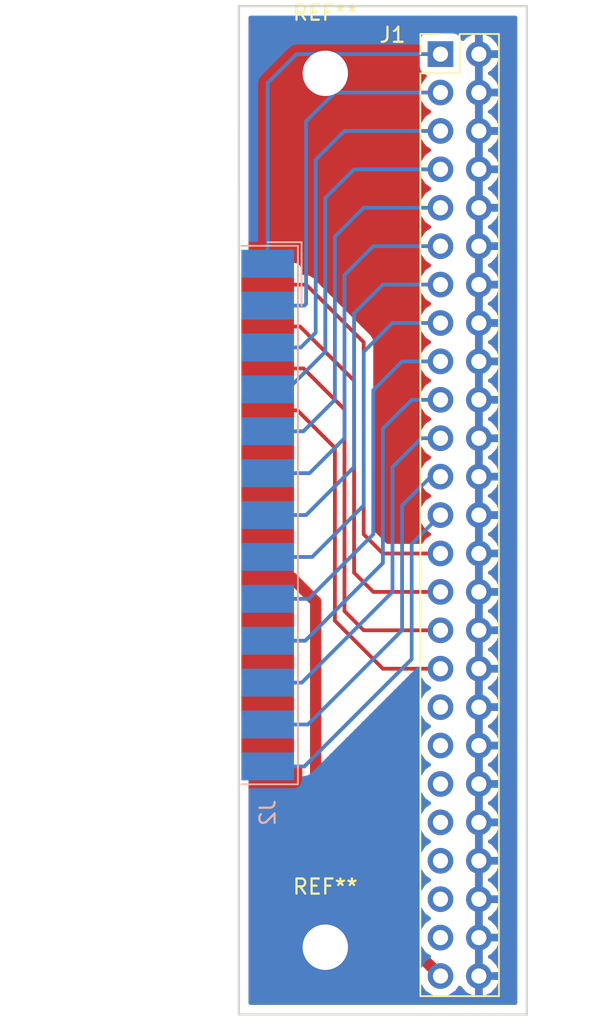
<source format=kicad_pcb>
(kicad_pcb (version 4) (host pcbnew 4.0.7)

  (general
    (links 49)
    (no_connects 3)
    (area 75.489999 79.299999 94.690001 146.125001)
    (thickness 1.6)
    (drawings 5)
    (tracks 94)
    (zones 0)
    (modules 4)
    (nets 27)
  )

  (page A4)
  (layers
    (0 F.Cu signal)
    (31 B.Cu signal)
    (32 B.Adhes user)
    (33 F.Adhes user)
    (34 B.Paste user)
    (35 F.Paste user)
    (36 B.SilkS user)
    (37 F.SilkS user)
    (38 B.Mask user)
    (39 F.Mask user)
    (40 Dwgs.User user)
    (41 Cmts.User user)
    (42 Eco1.User user)
    (43 Eco2.User user)
    (44 Edge.Cuts user)
    (45 Margin user)
    (46 B.CrtYd user)
    (47 F.CrtYd user)
    (48 B.Fab user)
    (49 F.Fab user)
  )

  (setup
    (last_trace_width 0.25)
    (trace_clearance 0.2)
    (zone_clearance 0.508)
    (zone_45_only no)
    (trace_min 0.2)
    (segment_width 0.2)
    (edge_width 0.15)
    (via_size 0.6)
    (via_drill 0.4)
    (via_min_size 0.4)
    (via_min_drill 0.3)
    (uvia_size 0.3)
    (uvia_drill 0.1)
    (uvias_allowed no)
    (uvia_min_size 0.2)
    (uvia_min_drill 0.1)
    (pcb_text_width 0.3)
    (pcb_text_size 1.5 1.5)
    (mod_edge_width 0.15)
    (mod_text_size 1 1)
    (mod_text_width 0.15)
    (pad_size 1.524 1.524)
    (pad_drill 0.762)
    (pad_to_mask_clearance 0.2)
    (aux_axis_origin 0 0)
    (visible_elements FFFFFF7F)
    (pcbplotparams
      (layerselection 0x00030_80000001)
      (usegerberextensions false)
      (excludeedgelayer true)
      (linewidth 0.100000)
      (plotframeref false)
      (viasonmask false)
      (mode 1)
      (useauxorigin false)
      (hpglpennumber 1)
      (hpglpenspeed 20)
      (hpglpendiameter 15)
      (hpglpenoverlay 2)
      (psnegative false)
      (psa4output false)
      (plotreference true)
      (plotvalue true)
      (plotinvisibletext false)
      (padsonsilk false)
      (subtractmaskfromsilk false)
      (outputformat 1)
      (mirror false)
      (drillshape 1)
      (scaleselection 1)
      (outputdirectory ""))
  )

  (net 0 "")
  (net 1 "Net-(J1-Pad1)")
  (net 2 GND)
  (net 3 "Net-(J1-Pad3)")
  (net 4 "Net-(J1-Pad5)")
  (net 5 "Net-(J1-Pad7)")
  (net 6 "Net-(J1-Pad9)")
  (net 7 "Net-(J1-Pad11)")
  (net 8 "Net-(J1-Pad13)")
  (net 9 "Net-(J1-Pad15)")
  (net 10 "Net-(J1-Pad17)")
  (net 11 "Net-(J1-Pad19)")
  (net 12 "Net-(J1-Pad21)")
  (net 13 "Net-(J1-Pad23)")
  (net 14 "Net-(J1-Pad25)")
  (net 15 "Net-(J1-Pad27)")
  (net 16 "Net-(J1-Pad29)")
  (net 17 "Net-(J1-Pad31)")
  (net 18 "Net-(J1-Pad33)")
  (net 19 "Net-(J1-Pad35)")
  (net 20 "Net-(J1-Pad37)")
  (net 21 "Net-(J1-Pad39)")
  (net 22 "Net-(J1-Pad41)")
  (net 23 "Net-(J1-Pad43)")
  (net 24 "Net-(J1-Pad45)")
  (net 25 "Net-(J1-Pad47)")
  (net 26 "Net-(J1-Pad49)")

  (net_class Default "This is the default net class."
    (clearance 0.2)
    (trace_width 0.25)
    (via_dia 0.6)
    (via_drill 0.4)
    (uvia_dia 0.3)
    (uvia_drill 0.1)
    (add_net "Net-(J1-Pad1)")
    (add_net "Net-(J1-Pad11)")
    (add_net "Net-(J1-Pad13)")
    (add_net "Net-(J1-Pad15)")
    (add_net "Net-(J1-Pad17)")
    (add_net "Net-(J1-Pad19)")
    (add_net "Net-(J1-Pad21)")
    (add_net "Net-(J1-Pad23)")
    (add_net "Net-(J1-Pad25)")
    (add_net "Net-(J1-Pad27)")
    (add_net "Net-(J1-Pad29)")
    (add_net "Net-(J1-Pad3)")
    (add_net "Net-(J1-Pad31)")
    (add_net "Net-(J1-Pad33)")
    (add_net "Net-(J1-Pad35)")
    (add_net "Net-(J1-Pad37)")
    (add_net "Net-(J1-Pad39)")
    (add_net "Net-(J1-Pad41)")
    (add_net "Net-(J1-Pad43)")
    (add_net "Net-(J1-Pad45)")
    (add_net "Net-(J1-Pad47)")
    (add_net "Net-(J1-Pad5)")
    (add_net "Net-(J1-Pad7)")
    (add_net "Net-(J1-Pad9)")
  )

  (net_class power ""
    (clearance 0.3)
    (trace_width 0.75)
    (via_dia 1.2)
    (via_drill 0.8)
    (uvia_dia 0.3)
    (uvia_drill 0.1)
    (add_net GND)
    (add_net "Net-(J1-Pad49)")
  )

  (module Connectors_DSub:DSUB-25_Female_EdgeMount_Pitch2.77mm (layer B.Cu) (tedit 5A102EC4) (tstamp 5A10219E)
    (at 77.47 113.03 90)
    (descr "25-pin D-Sub connector, solder-cups edge-mounted, female, x-pin-pitch 2.77mm, distance of mounting holes 47.1mm, see https://disti-assets.s3.amazonaws.com/tonar/files/datasheets/16730.pdf")
    (tags "25-pin D-Sub connector edge mount solder cup female x-pin-pitch 2.77mm mounting holes distance 47.1mm")
    (path /5A0F8290)
    (attr smd)
    (fp_text reference J2 (at -19.685 0 90) (layer B.SilkS)
      (effects (font (size 1 1) (thickness 0.15)) (justify mirror))
    )
    (fp_text value DB25_Female (at 0 -16.86 90) (layer B.Fab)
      (effects (font (size 1 1) (thickness 0.15)) (justify mirror))
    )
    (fp_line (start 16.02 0.91) (end 16.02 -1.99) (layer B.Fab) (width 0.1))
    (fp_line (start 16.02 -1.99) (end 17.22 -1.99) (layer B.Fab) (width 0.1))
    (fp_line (start 17.22 -1.99) (end 17.22 0.91) (layer B.Fab) (width 0.1))
    (fp_line (start 17.22 0.91) (end 16.02 0.91) (layer B.Fab) (width 0.1))
    (fp_line (start 13.25 0.91) (end 13.25 -1.99) (layer B.Fab) (width 0.1))
    (fp_line (start 13.25 -1.99) (end 14.45 -1.99) (layer B.Fab) (width 0.1))
    (fp_line (start 14.45 -1.99) (end 14.45 0.91) (layer B.Fab) (width 0.1))
    (fp_line (start 14.45 0.91) (end 13.25 0.91) (layer B.Fab) (width 0.1))
    (fp_line (start 10.48 0.91) (end 10.48 -1.99) (layer B.Fab) (width 0.1))
    (fp_line (start 10.48 -1.99) (end 11.68 -1.99) (layer B.Fab) (width 0.1))
    (fp_line (start 11.68 -1.99) (end 11.68 0.91) (layer B.Fab) (width 0.1))
    (fp_line (start 11.68 0.91) (end 10.48 0.91) (layer B.Fab) (width 0.1))
    (fp_line (start 7.71 0.91) (end 7.71 -1.99) (layer B.Fab) (width 0.1))
    (fp_line (start 7.71 -1.99) (end 8.91 -1.99) (layer B.Fab) (width 0.1))
    (fp_line (start 8.91 -1.99) (end 8.91 0.91) (layer B.Fab) (width 0.1))
    (fp_line (start 8.91 0.91) (end 7.71 0.91) (layer B.Fab) (width 0.1))
    (fp_line (start 4.94 0.91) (end 4.94 -1.99) (layer B.Fab) (width 0.1))
    (fp_line (start 4.94 -1.99) (end 6.14 -1.99) (layer B.Fab) (width 0.1))
    (fp_line (start 6.14 -1.99) (end 6.14 0.91) (layer B.Fab) (width 0.1))
    (fp_line (start 6.14 0.91) (end 4.94 0.91) (layer B.Fab) (width 0.1))
    (fp_line (start 2.17 0.91) (end 2.17 -1.99) (layer B.Fab) (width 0.1))
    (fp_line (start 2.17 -1.99) (end 3.37 -1.99) (layer B.Fab) (width 0.1))
    (fp_line (start 3.37 -1.99) (end 3.37 0.91) (layer B.Fab) (width 0.1))
    (fp_line (start 3.37 0.91) (end 2.17 0.91) (layer B.Fab) (width 0.1))
    (fp_line (start -0.6 0.91) (end -0.6 -1.99) (layer B.Fab) (width 0.1))
    (fp_line (start -0.6 -1.99) (end 0.6 -1.99) (layer B.Fab) (width 0.1))
    (fp_line (start 0.6 -1.99) (end 0.6 0.91) (layer B.Fab) (width 0.1))
    (fp_line (start 0.6 0.91) (end -0.6 0.91) (layer B.Fab) (width 0.1))
    (fp_line (start -3.37 0.91) (end -3.37 -1.99) (layer B.Fab) (width 0.1))
    (fp_line (start -3.37 -1.99) (end -2.17 -1.99) (layer B.Fab) (width 0.1))
    (fp_line (start -2.17 -1.99) (end -2.17 0.91) (layer B.Fab) (width 0.1))
    (fp_line (start -2.17 0.91) (end -3.37 0.91) (layer B.Fab) (width 0.1))
    (fp_line (start -6.14 0.91) (end -6.14 -1.99) (layer B.Fab) (width 0.1))
    (fp_line (start -6.14 -1.99) (end -4.94 -1.99) (layer B.Fab) (width 0.1))
    (fp_line (start -4.94 -1.99) (end -4.94 0.91) (layer B.Fab) (width 0.1))
    (fp_line (start -4.94 0.91) (end -6.14 0.91) (layer B.Fab) (width 0.1))
    (fp_line (start -8.91 0.91) (end -8.91 -1.99) (layer B.Fab) (width 0.1))
    (fp_line (start -8.91 -1.99) (end -7.71 -1.99) (layer B.Fab) (width 0.1))
    (fp_line (start -7.71 -1.99) (end -7.71 0.91) (layer B.Fab) (width 0.1))
    (fp_line (start -7.71 0.91) (end -8.91 0.91) (layer B.Fab) (width 0.1))
    (fp_line (start -11.68 0.91) (end -11.68 -1.99) (layer B.Fab) (width 0.1))
    (fp_line (start -11.68 -1.99) (end -10.48 -1.99) (layer B.Fab) (width 0.1))
    (fp_line (start -10.48 -1.99) (end -10.48 0.91) (layer B.Fab) (width 0.1))
    (fp_line (start -10.48 0.91) (end -11.68 0.91) (layer B.Fab) (width 0.1))
    (fp_line (start -14.45 0.91) (end -14.45 -1.99) (layer B.Fab) (width 0.1))
    (fp_line (start -14.45 -1.99) (end -13.25 -1.99) (layer B.Fab) (width 0.1))
    (fp_line (start -13.25 -1.99) (end -13.25 0.91) (layer B.Fab) (width 0.1))
    (fp_line (start -13.25 0.91) (end -14.45 0.91) (layer B.Fab) (width 0.1))
    (fp_line (start -17.22 0.91) (end -17.22 -1.99) (layer B.Fab) (width 0.1))
    (fp_line (start -17.22 -1.99) (end -16.02 -1.99) (layer B.Fab) (width 0.1))
    (fp_line (start -16.02 -1.99) (end -16.02 0.91) (layer B.Fab) (width 0.1))
    (fp_line (start -16.02 0.91) (end -17.22 0.91) (layer B.Fab) (width 0.1))
    (fp_line (start 14.635 0.91) (end 14.635 -1.99) (layer F.Fab) (width 0.1))
    (fp_line (start 14.635 -1.99) (end 15.835 -1.99) (layer F.Fab) (width 0.1))
    (fp_line (start 15.835 -1.99) (end 15.835 0.91) (layer F.Fab) (width 0.1))
    (fp_line (start 15.835 0.91) (end 14.635 0.91) (layer F.Fab) (width 0.1))
    (fp_line (start 11.865 0.91) (end 11.865 -1.99) (layer F.Fab) (width 0.1))
    (fp_line (start 11.865 -1.99) (end 13.065 -1.99) (layer F.Fab) (width 0.1))
    (fp_line (start 13.065 -1.99) (end 13.065 0.91) (layer F.Fab) (width 0.1))
    (fp_line (start 13.065 0.91) (end 11.865 0.91) (layer F.Fab) (width 0.1))
    (fp_line (start 9.095 0.91) (end 9.095 -1.99) (layer F.Fab) (width 0.1))
    (fp_line (start 9.095 -1.99) (end 10.295 -1.99) (layer F.Fab) (width 0.1))
    (fp_line (start 10.295 -1.99) (end 10.295 0.91) (layer F.Fab) (width 0.1))
    (fp_line (start 10.295 0.91) (end 9.095 0.91) (layer F.Fab) (width 0.1))
    (fp_line (start 6.325 0.91) (end 6.325 -1.99) (layer F.Fab) (width 0.1))
    (fp_line (start 6.325 -1.99) (end 7.525 -1.99) (layer F.Fab) (width 0.1))
    (fp_line (start 7.525 -1.99) (end 7.525 0.91) (layer F.Fab) (width 0.1))
    (fp_line (start 7.525 0.91) (end 6.325 0.91) (layer F.Fab) (width 0.1))
    (fp_line (start 3.555 0.91) (end 3.555 -1.99) (layer F.Fab) (width 0.1))
    (fp_line (start 3.555 -1.99) (end 4.755 -1.99) (layer F.Fab) (width 0.1))
    (fp_line (start 4.755 -1.99) (end 4.755 0.91) (layer F.Fab) (width 0.1))
    (fp_line (start 4.755 0.91) (end 3.555 0.91) (layer F.Fab) (width 0.1))
    (fp_line (start 0.785 0.91) (end 0.785 -1.99) (layer F.Fab) (width 0.1))
    (fp_line (start 0.785 -1.99) (end 1.985 -1.99) (layer F.Fab) (width 0.1))
    (fp_line (start 1.985 -1.99) (end 1.985 0.91) (layer F.Fab) (width 0.1))
    (fp_line (start 1.985 0.91) (end 0.785 0.91) (layer F.Fab) (width 0.1))
    (fp_line (start -1.985 0.91) (end -1.985 -1.99) (layer F.Fab) (width 0.1))
    (fp_line (start -1.985 -1.99) (end -0.785 -1.99) (layer F.Fab) (width 0.1))
    (fp_line (start -0.785 -1.99) (end -0.785 0.91) (layer F.Fab) (width 0.1))
    (fp_line (start -0.785 0.91) (end -1.985 0.91) (layer F.Fab) (width 0.1))
    (fp_line (start -4.755 0.91) (end -4.755 -1.99) (layer F.Fab) (width 0.1))
    (fp_line (start -4.755 -1.99) (end -3.555 -1.99) (layer F.Fab) (width 0.1))
    (fp_line (start -3.555 -1.99) (end -3.555 0.91) (layer F.Fab) (width 0.1))
    (fp_line (start -3.555 0.91) (end -4.755 0.91) (layer F.Fab) (width 0.1))
    (fp_line (start -7.525 0.91) (end -7.525 -1.99) (layer F.Fab) (width 0.1))
    (fp_line (start -7.525 -1.99) (end -6.325 -1.99) (layer F.Fab) (width 0.1))
    (fp_line (start -6.325 -1.99) (end -6.325 0.91) (layer F.Fab) (width 0.1))
    (fp_line (start -6.325 0.91) (end -7.525 0.91) (layer F.Fab) (width 0.1))
    (fp_line (start -10.295 0.91) (end -10.295 -1.99) (layer F.Fab) (width 0.1))
    (fp_line (start -10.295 -1.99) (end -9.095 -1.99) (layer F.Fab) (width 0.1))
    (fp_line (start -9.095 -1.99) (end -9.095 0.91) (layer F.Fab) (width 0.1))
    (fp_line (start -9.095 0.91) (end -10.295 0.91) (layer F.Fab) (width 0.1))
    (fp_line (start -13.065 0.91) (end -13.065 -1.99) (layer F.Fab) (width 0.1))
    (fp_line (start -13.065 -1.99) (end -11.865 -1.99) (layer F.Fab) (width 0.1))
    (fp_line (start -11.865 -1.99) (end -11.865 0.91) (layer F.Fab) (width 0.1))
    (fp_line (start -11.865 0.91) (end -13.065 0.91) (layer F.Fab) (width 0.1))
    (fp_line (start -15.835 0.91) (end -15.835 -1.99) (layer F.Fab) (width 0.1))
    (fp_line (start -15.835 -1.99) (end -14.635 -1.99) (layer F.Fab) (width 0.1))
    (fp_line (start -14.635 -1.99) (end -14.635 0.91) (layer F.Fab) (width 0.1))
    (fp_line (start -14.635 0.91) (end -15.835 0.91) (layer F.Fab) (width 0.1))
    (fp_line (start -18.55 -1.99) (end -18.55 -4.79) (layer B.Fab) (width 0.1))
    (fp_line (start -18.55 -4.79) (end 18.55 -4.79) (layer B.Fab) (width 0.1))
    (fp_line (start 18.55 -4.79) (end 18.55 -1.99) (layer B.Fab) (width 0.1))
    (fp_line (start 18.55 -1.99) (end -18.55 -1.99) (layer B.Fab) (width 0.1))
    (fp_line (start -19.55 -4.79) (end -19.55 -9.29) (layer B.Fab) (width 0.1))
    (fp_line (start -19.55 -9.29) (end 19.55 -9.29) (layer B.Fab) (width 0.1))
    (fp_line (start 19.55 -9.29) (end 19.55 -4.79) (layer B.Fab) (width 0.1))
    (fp_line (start 19.55 -4.79) (end -19.55 -4.79) (layer B.Fab) (width 0.1))
    (fp_line (start -26.55 -9.29) (end -26.55 -9.69) (layer B.Fab) (width 0.1))
    (fp_line (start -26.55 -9.69) (end 26.55 -9.69) (layer B.Fab) (width 0.1))
    (fp_line (start 26.55 -9.69) (end 26.55 -9.29) (layer B.Fab) (width 0.1))
    (fp_line (start 26.55 -9.29) (end -26.55 -9.29) (layer B.Fab) (width 0.1))
    (fp_line (start -19.15 -9.69) (end -19.15 -15.86) (layer B.Fab) (width 0.1))
    (fp_line (start -19.15 -15.86) (end 19.15 -15.86) (layer B.Fab) (width 0.1))
    (fp_line (start 19.15 -15.86) (end 19.15 -9.69) (layer B.Fab) (width 0.1))
    (fp_line (start 19.15 -9.69) (end -19.15 -9.69) (layer B.Fab) (width 0.1))
    (fp_line (start -18.05 2.25) (end 18.05 2.25) (layer B.CrtYd) (width 0.05))
    (fp_line (start 18.05 2.25) (end 18.05 -1.5) (layer B.CrtYd) (width 0.05))
    (fp_line (start 18.05 -1.5) (end 19.05 -1.5) (layer B.CrtYd) (width 0.05))
    (fp_line (start 19.05 -1.5) (end 19.05 -4.3) (layer B.CrtYd) (width 0.05))
    (fp_line (start 19.05 -4.3) (end 20.05 -4.3) (layer B.CrtYd) (width 0.05))
    (fp_line (start 20.05 -4.3) (end 20.05 -8.8) (layer B.CrtYd) (width 0.05))
    (fp_line (start 20.05 -8.8) (end 27.05 -8.8) (layer B.CrtYd) (width 0.05))
    (fp_line (start 27.05 -8.8) (end 27.05 -10.2) (layer B.CrtYd) (width 0.05))
    (fp_line (start 27.05 -10.2) (end 19.65 -10.2) (layer B.CrtYd) (width 0.05))
    (fp_line (start 19.65 -10.2) (end 19.65 -16.4) (layer B.CrtYd) (width 0.05))
    (fp_line (start 19.65 -16.4) (end -19.65 -16.4) (layer B.CrtYd) (width 0.05))
    (fp_line (start -19.65 -16.4) (end -19.65 -10.2) (layer B.CrtYd) (width 0.05))
    (fp_line (start -19.65 -10.2) (end -27.05 -10.2) (layer B.CrtYd) (width 0.05))
    (fp_line (start -27.05 -10.2) (end -27.05 -8.8) (layer B.CrtYd) (width 0.05))
    (fp_line (start -27.05 -8.8) (end -20.05 -8.8) (layer B.CrtYd) (width 0.05))
    (fp_line (start -20.05 -8.8) (end -20.05 -4.3) (layer B.CrtYd) (width 0.05))
    (fp_line (start -20.05 -4.3) (end -19.05 -4.3) (layer B.CrtYd) (width 0.05))
    (fp_line (start -19.05 -4.3) (end -19.05 -1.5) (layer B.CrtYd) (width 0.05))
    (fp_line (start -19.05 -1.5) (end -18.05 -1.5) (layer B.CrtYd) (width 0.05))
    (fp_line (start -18.05 -1.5) (end -18.05 2.25) (layer B.CrtYd) (width 0.05))
    (fp_line (start 17.803333 -1.74) (end 17.803333 2) (layer B.SilkS) (width 0.12))
    (fp_line (start 17.803333 2) (end -17.803333 2) (layer B.SilkS) (width 0.12))
    (fp_line (start -17.803333 2) (end -17.803333 -1.74) (layer B.SilkS) (width 0.12))
    (fp_line (start 18.043333 0) (end 18.043333 2.24) (layer B.SilkS) (width 0.12))
    (fp_line (start 18.043333 2.24) (end 13.85 2.24) (layer B.SilkS) (width 0.12))
    (fp_line (start -26.55 -1.99) (end 26.55 -1.99) (layer Dwgs.User) (width 0.05))
    (fp_text user %R (at 0 -3.39 90) (layer B.Fab)
      (effects (font (size 1 1) (thickness 0.15)) (justify mirror))
    )
    (fp_text user "PCB edge" (at -21.55 -1.323333 90) (layer Dwgs.User)
      (effects (font (size 0.5 0.5) (thickness 0.075)))
    )
    (pad 1 smd rect (at 16.62 0 90) (size 1.846667 3.48) (layers B.Cu B.Paste B.Mask)
      (net 1 "Net-(J1-Pad1)"))
    (pad 2 smd rect (at 13.85 0 90) (size 1.846667 3.48) (layers B.Cu B.Paste B.Mask)
      (net 3 "Net-(J1-Pad3)"))
    (pad 3 smd rect (at 11.08 0 90) (size 1.846667 3.48) (layers B.Cu B.Paste B.Mask)
      (net 4 "Net-(J1-Pad5)"))
    (pad 4 smd rect (at 8.31 0 90) (size 1.846667 3.48) (layers B.Cu B.Paste B.Mask)
      (net 5 "Net-(J1-Pad7)"))
    (pad 5 smd rect (at 5.54 0 90) (size 1.846667 3.48) (layers B.Cu B.Paste B.Mask)
      (net 6 "Net-(J1-Pad9)"))
    (pad 6 smd rect (at 2.77 0 90) (size 1.846667 3.48) (layers B.Cu B.Paste B.Mask)
      (net 7 "Net-(J1-Pad11)"))
    (pad 7 smd rect (at 0 0 90) (size 1.846667 3.48) (layers B.Cu B.Paste B.Mask)
      (net 8 "Net-(J1-Pad13)"))
    (pad 8 smd rect (at -2.77 0 90) (size 1.846667 3.48) (layers B.Cu B.Paste B.Mask)
      (net 9 "Net-(J1-Pad15)"))
    (pad 9 smd rect (at -5.54 0 90) (size 1.846667 3.48) (layers B.Cu B.Paste B.Mask)
      (net 10 "Net-(J1-Pad17)"))
    (pad 10 smd rect (at -8.31 0 90) (size 1.846667 3.48) (layers B.Cu B.Paste B.Mask)
      (net 11 "Net-(J1-Pad19)"))
    (pad 11 smd rect (at -11.08 0 90) (size 1.846667 3.48) (layers B.Cu B.Paste B.Mask)
      (net 12 "Net-(J1-Pad21)"))
    (pad 12 smd rect (at -13.85 0 90) (size 1.846667 3.48) (layers B.Cu B.Paste B.Mask)
      (net 13 "Net-(J1-Pad23)"))
    (pad 13 smd rect (at -16.62 0 90) (size 1.846667 3.48) (layers B.Cu B.Paste B.Mask)
      (net 14 "Net-(J1-Pad25)"))
    (pad 14 smd rect (at 15.235 0 90) (size 1.846667 3.48) (layers F.Cu F.Paste F.Mask)
      (net 15 "Net-(J1-Pad27)"))
    (pad 15 smd rect (at 12.465 0 90) (size 1.846667 3.48) (layers F.Cu F.Paste F.Mask)
      (net 16 "Net-(J1-Pad29)"))
    (pad 16 smd rect (at 9.695 0 90) (size 1.846667 3.48) (layers F.Cu F.Paste F.Mask)
      (net 17 "Net-(J1-Pad31)"))
    (pad 17 smd rect (at 6.925 0 90) (size 1.846667 3.48) (layers F.Cu F.Paste F.Mask)
      (net 18 "Net-(J1-Pad33)"))
    (pad 18 smd rect (at 4.155 0 90) (size 1.846667 3.48) (layers F.Cu F.Paste F.Mask)
      (net 26 "Net-(J1-Pad49)"))
    (pad 19 smd rect (at 1.385 0 90) (size 1.846667 3.48) (layers F.Cu F.Paste F.Mask)
      (net 26 "Net-(J1-Pad49)"))
    (pad 20 smd rect (at -1.385 0 90) (size 1.846667 3.48) (layers F.Cu F.Paste F.Mask)
      (net 26 "Net-(J1-Pad49)"))
    (pad 21 smd rect (at -4.155 0 90) (size 1.846667 3.48) (layers F.Cu F.Paste F.Mask)
      (net 26 "Net-(J1-Pad49)"))
    (pad 22 smd rect (at -6.925 0 90) (size 1.846667 3.48) (layers F.Cu F.Paste F.Mask)
      (net 2 GND))
    (pad 23 smd rect (at -9.695 0 90) (size 1.846667 3.48) (layers F.Cu F.Paste F.Mask)
      (net 2 GND))
    (pad 24 smd rect (at -12.465 0 90) (size 1.846667 3.48) (layers F.Cu F.Paste F.Mask)
      (net 2 GND))
    (pad 25 smd rect (at -15.235 0 90) (size 1.846667 3.48) (layers F.Cu F.Paste F.Mask)
      (net 2 GND))
    (model ${KISYS3DMOD}/Connectors_DSub.3dshapes/DSUB-25_Female_EdgeMount_Pitch2.77mm.wrl
      (at (xyz 0 0 0))
      (scale (xyz 1 1 1))
      (rotate (xyz 0 0 0))
    )
  )

  (module Pin_Headers:Pin_Header_Straight_2x25_Pitch2.54mm (layer F.Cu) (tedit 5A102E9C) (tstamp 5A102181)
    (at 88.9 82.55)
    (descr "Through hole straight pin header, 2x25, 2.54mm pitch, double rows")
    (tags "Through hole pin header THT 2x25 2.54mm double row")
    (path /5A0F81B0)
    (fp_text reference J1 (at -3.175 -1.27) (layer F.SilkS)
      (effects (font (size 1 1) (thickness 0.15)))
    )
    (fp_text value Conn_02x25_Odd_Even (at 1.27 63.29) (layer F.Fab)
      (effects (font (size 1 1) (thickness 0.15)))
    )
    (fp_line (start 0 -1.27) (end 3.81 -1.27) (layer F.Fab) (width 0.1))
    (fp_line (start 3.81 -1.27) (end 3.81 62.23) (layer F.Fab) (width 0.1))
    (fp_line (start 3.81 62.23) (end -1.27 62.23) (layer F.Fab) (width 0.1))
    (fp_line (start -1.27 62.23) (end -1.27 0) (layer F.Fab) (width 0.1))
    (fp_line (start -1.27 0) (end 0 -1.27) (layer F.Fab) (width 0.1))
    (fp_line (start -1.33 62.29) (end 3.87 62.29) (layer F.SilkS) (width 0.12))
    (fp_line (start -1.33 1.27) (end -1.33 62.29) (layer F.SilkS) (width 0.12))
    (fp_line (start 3.87 -1.33) (end 3.87 62.29) (layer F.SilkS) (width 0.12))
    (fp_line (start -1.33 1.27) (end 1.27 1.27) (layer F.SilkS) (width 0.12))
    (fp_line (start 1.27 1.27) (end 1.27 -1.33) (layer F.SilkS) (width 0.12))
    (fp_line (start 1.27 -1.33) (end 3.87 -1.33) (layer F.SilkS) (width 0.12))
    (fp_line (start -1.33 0) (end -1.33 -1.33) (layer F.SilkS) (width 0.12))
    (fp_line (start -1.33 -1.33) (end 0 -1.33) (layer F.SilkS) (width 0.12))
    (fp_line (start -1.8 -1.8) (end -1.8 62.75) (layer F.CrtYd) (width 0.05))
    (fp_line (start -1.8 62.75) (end 4.35 62.75) (layer F.CrtYd) (width 0.05))
    (fp_line (start 4.35 62.75) (end 4.35 -1.8) (layer F.CrtYd) (width 0.05))
    (fp_line (start 4.35 -1.8) (end -1.8 -1.8) (layer F.CrtYd) (width 0.05))
    (fp_text user %R (at 1.27 30.48 90) (layer F.Fab)
      (effects (font (size 1 1) (thickness 0.15)))
    )
    (pad 1 thru_hole rect (at 0 0) (size 1.7 1.7) (drill 1) (layers *.Cu *.Mask)
      (net 1 "Net-(J1-Pad1)"))
    (pad 2 thru_hole oval (at 2.54 0) (size 1.7 1.7) (drill 1) (layers *.Cu *.Mask)
      (net 2 GND))
    (pad 3 thru_hole oval (at 0 2.54) (size 1.7 1.7) (drill 1) (layers *.Cu *.Mask)
      (net 3 "Net-(J1-Pad3)"))
    (pad 4 thru_hole oval (at 2.54 2.54) (size 1.7 1.7) (drill 1) (layers *.Cu *.Mask)
      (net 2 GND))
    (pad 5 thru_hole oval (at 0 5.08) (size 1.7 1.7) (drill 1) (layers *.Cu *.Mask)
      (net 4 "Net-(J1-Pad5)"))
    (pad 6 thru_hole oval (at 2.54 5.08) (size 1.7 1.7) (drill 1) (layers *.Cu *.Mask)
      (net 2 GND))
    (pad 7 thru_hole oval (at 0 7.62) (size 1.7 1.7) (drill 1) (layers *.Cu *.Mask)
      (net 5 "Net-(J1-Pad7)"))
    (pad 8 thru_hole oval (at 2.54 7.62) (size 1.7 1.7) (drill 1) (layers *.Cu *.Mask)
      (net 2 GND))
    (pad 9 thru_hole oval (at 0 10.16) (size 1.7 1.7) (drill 1) (layers *.Cu *.Mask)
      (net 6 "Net-(J1-Pad9)"))
    (pad 10 thru_hole oval (at 2.54 10.16) (size 1.7 1.7) (drill 1) (layers *.Cu *.Mask)
      (net 2 GND))
    (pad 11 thru_hole oval (at 0 12.7) (size 1.7 1.7) (drill 1) (layers *.Cu *.Mask)
      (net 7 "Net-(J1-Pad11)"))
    (pad 12 thru_hole oval (at 2.54 12.7) (size 1.7 1.7) (drill 1) (layers *.Cu *.Mask)
      (net 2 GND))
    (pad 13 thru_hole oval (at 0 15.24) (size 1.7 1.7) (drill 1) (layers *.Cu *.Mask)
      (net 8 "Net-(J1-Pad13)"))
    (pad 14 thru_hole oval (at 2.54 15.24) (size 1.7 1.7) (drill 1) (layers *.Cu *.Mask)
      (net 2 GND))
    (pad 15 thru_hole oval (at 0 17.78) (size 1.7 1.7) (drill 1) (layers *.Cu *.Mask)
      (net 9 "Net-(J1-Pad15)"))
    (pad 16 thru_hole oval (at 2.54 17.78) (size 1.7 1.7) (drill 1) (layers *.Cu *.Mask)
      (net 2 GND))
    (pad 17 thru_hole oval (at 0 20.32) (size 1.7 1.7) (drill 1) (layers *.Cu *.Mask)
      (net 10 "Net-(J1-Pad17)"))
    (pad 18 thru_hole oval (at 2.54 20.32) (size 1.7 1.7) (drill 1) (layers *.Cu *.Mask)
      (net 2 GND))
    (pad 19 thru_hole oval (at 0 22.86) (size 1.7 1.7) (drill 1) (layers *.Cu *.Mask)
      (net 11 "Net-(J1-Pad19)"))
    (pad 20 thru_hole oval (at 2.54 22.86) (size 1.7 1.7) (drill 1) (layers *.Cu *.Mask)
      (net 2 GND))
    (pad 21 thru_hole oval (at 0 25.4) (size 1.7 1.7) (drill 1) (layers *.Cu *.Mask)
      (net 12 "Net-(J1-Pad21)"))
    (pad 22 thru_hole oval (at 2.54 25.4) (size 1.7 1.7) (drill 1) (layers *.Cu *.Mask)
      (net 2 GND))
    (pad 23 thru_hole oval (at 0 27.94) (size 1.7 1.7) (drill 1) (layers *.Cu *.Mask)
      (net 13 "Net-(J1-Pad23)"))
    (pad 24 thru_hole oval (at 2.54 27.94) (size 1.7 1.7) (drill 1) (layers *.Cu *.Mask)
      (net 2 GND))
    (pad 25 thru_hole oval (at 0 30.48) (size 1.7 1.7) (drill 1) (layers *.Cu *.Mask)
      (net 14 "Net-(J1-Pad25)"))
    (pad 26 thru_hole oval (at 2.54 30.48) (size 1.7 1.7) (drill 1) (layers *.Cu *.Mask)
      (net 2 GND))
    (pad 27 thru_hole oval (at 0 33.02) (size 1.7 1.7) (drill 1) (layers *.Cu *.Mask)
      (net 15 "Net-(J1-Pad27)"))
    (pad 28 thru_hole oval (at 2.54 33.02) (size 1.7 1.7) (drill 1) (layers *.Cu *.Mask)
      (net 2 GND))
    (pad 29 thru_hole oval (at 0 35.56) (size 1.7 1.7) (drill 1) (layers *.Cu *.Mask)
      (net 16 "Net-(J1-Pad29)"))
    (pad 30 thru_hole oval (at 2.54 35.56) (size 1.7 1.7) (drill 1) (layers *.Cu *.Mask)
      (net 2 GND))
    (pad 31 thru_hole oval (at 0 38.1) (size 1.7 1.7) (drill 1) (layers *.Cu *.Mask)
      (net 17 "Net-(J1-Pad31)"))
    (pad 32 thru_hole oval (at 2.54 38.1) (size 1.7 1.7) (drill 1) (layers *.Cu *.Mask)
      (net 2 GND))
    (pad 33 thru_hole oval (at 0 40.64) (size 1.7 1.7) (drill 1) (layers *.Cu *.Mask)
      (net 18 "Net-(J1-Pad33)"))
    (pad 34 thru_hole oval (at 2.54 40.64) (size 1.7 1.7) (drill 1) (layers *.Cu *.Mask)
      (net 2 GND))
    (pad 35 thru_hole oval (at 0 43.18) (size 1.7 1.7) (drill 1) (layers *.Cu *.Mask)
      (net 19 "Net-(J1-Pad35)"))
    (pad 36 thru_hole oval (at 2.54 43.18) (size 1.7 1.7) (drill 1) (layers *.Cu *.Mask)
      (net 2 GND))
    (pad 37 thru_hole oval (at 0 45.72) (size 1.7 1.7) (drill 1) (layers *.Cu *.Mask)
      (net 20 "Net-(J1-Pad37)"))
    (pad 38 thru_hole oval (at 2.54 45.72) (size 1.7 1.7) (drill 1) (layers *.Cu *.Mask)
      (net 2 GND))
    (pad 39 thru_hole oval (at 0 48.26) (size 1.7 1.7) (drill 1) (layers *.Cu *.Mask)
      (net 21 "Net-(J1-Pad39)"))
    (pad 40 thru_hole oval (at 2.54 48.26) (size 1.7 1.7) (drill 1) (layers *.Cu *.Mask)
      (net 2 GND))
    (pad 41 thru_hole oval (at 0 50.8) (size 1.7 1.7) (drill 1) (layers *.Cu *.Mask)
      (net 22 "Net-(J1-Pad41)"))
    (pad 42 thru_hole oval (at 2.54 50.8) (size 1.7 1.7) (drill 1) (layers *.Cu *.Mask)
      (net 2 GND))
    (pad 43 thru_hole oval (at 0 53.34) (size 1.7 1.7) (drill 1) (layers *.Cu *.Mask)
      (net 23 "Net-(J1-Pad43)"))
    (pad 44 thru_hole oval (at 2.54 53.34) (size 1.7 1.7) (drill 1) (layers *.Cu *.Mask)
      (net 2 GND))
    (pad 45 thru_hole oval (at 0 55.88) (size 1.7 1.7) (drill 1) (layers *.Cu *.Mask)
      (net 24 "Net-(J1-Pad45)"))
    (pad 46 thru_hole oval (at 2.54 55.88) (size 1.7 1.7) (drill 1) (layers *.Cu *.Mask)
      (net 2 GND))
    (pad 47 thru_hole oval (at 0 58.42) (size 1.7 1.7) (drill 1) (layers *.Cu *.Mask)
      (net 25 "Net-(J1-Pad47)"))
    (pad 48 thru_hole oval (at 2.54 58.42) (size 1.7 1.7) (drill 1) (layers *.Cu *.Mask)
      (net 2 GND))
    (pad 49 thru_hole oval (at 0 60.96) (size 1.7 1.7) (drill 1) (layers *.Cu *.Mask)
      (net 26 "Net-(J1-Pad49)"))
    (pad 50 thru_hole oval (at 2.54 60.96) (size 1.7 1.7) (drill 1) (layers *.Cu *.Mask)
      (net 2 GND))
    (model ${KISYS3DMOD}/Pin_Headers.3dshapes/Pin_Header_Straight_2x25_Pitch2.54mm.wrl
      (at (xyz 0 0 0))
      (scale (xyz 1 1 1))
      (rotate (xyz 0 0 0))
    )
  )

  (module Mounting_Holes:MountingHole_3mm (layer F.Cu) (tedit 56D1B4CB) (tstamp 5A1033E7)
    (at 81.28 83.82)
    (descr "Mounting Hole 3mm, no annular")
    (tags "mounting hole 3mm no annular")
    (attr virtual)
    (fp_text reference REF** (at 0 -4) (layer F.SilkS)
      (effects (font (size 1 1) (thickness 0.15)))
    )
    (fp_text value MountingHole_3mm (at 0 4) (layer F.Fab)
      (effects (font (size 1 1) (thickness 0.15)))
    )
    (fp_text user %R (at 0.3 0) (layer F.Fab)
      (effects (font (size 1 1) (thickness 0.15)))
    )
    (fp_circle (center 0 0) (end 3 0) (layer Cmts.User) (width 0.15))
    (fp_circle (center 0 0) (end 3.25 0) (layer F.CrtYd) (width 0.05))
    (pad 1 np_thru_hole circle (at 0 0) (size 3 3) (drill 3) (layers *.Cu *.Mask))
  )

  (module Mounting_Holes:MountingHole_3mm (layer F.Cu) (tedit 56D1B4CB) (tstamp 5A10340D)
    (at 81.28 141.605)
    (descr "Mounting Hole 3mm, no annular")
    (tags "mounting hole 3mm no annular")
    (attr virtual)
    (fp_text reference REF** (at 0 -4) (layer F.SilkS)
      (effects (font (size 1 1) (thickness 0.15)))
    )
    (fp_text value MountingHole_3mm (at 0 4) (layer F.Fab)
      (effects (font (size 1 1) (thickness 0.15)))
    )
    (fp_text user %R (at 0.3 0) (layer F.Fab)
      (effects (font (size 1 1) (thickness 0.15)))
    )
    (fp_circle (center 0 0) (end 3 0) (layer Cmts.User) (width 0.15))
    (fp_circle (center 0 0) (end 3.25 0) (layer F.CrtYd) (width 0.05))
    (pad 1 np_thru_hole circle (at 0 0) (size 3 3) (drill 3) (layers *.Cu *.Mask))
  )

  (gr_line (start 75.565 79.375) (end 75.565 91.44) (angle 90) (layer Edge.Cuts) (width 0.15))
  (gr_line (start 94.615 79.375) (end 75.565 79.375) (angle 90) (layer Edge.Cuts) (width 0.15))
  (gr_line (start 94.615 146.05) (end 94.615 79.375) (angle 90) (layer Edge.Cuts) (width 0.15))
  (gr_line (start 75.565 146.05) (end 94.615 146.05) (angle 90) (layer Edge.Cuts) (width 0.15))
  (gr_line (start 75.565 86.995) (end 75.565 146.05) (angle 90) (layer Edge.Cuts) (width 0.15))

  (segment (start 88.9 82.55) (end 86.36 82.55) (width 0.25) (layer B.Cu) (net 1))
  (segment (start 77.47 84.455) (end 77.47 96.41) (width 0.25) (layer B.Cu) (net 1))
  (segment (start 79.375 82.55) (end 86.36 82.55) (width 0.25) (layer B.Cu) (net 1) (tstamp 5A10252D))
  (segment (start 77.47 84.455) (end 79.375 82.55) (width 0.25) (layer B.Cu) (net 1) (tstamp 5A102527))
  (segment (start 88.265 85.09) (end 86.36 85.09) (width 0.25) (layer B.Cu) (net 3))
  (segment (start 79.89 99.18) (end 80.01 99.06) (width 0.25) (layer B.Cu) (net 3) (tstamp 5A102536))
  (segment (start 80.01 99.06) (end 80.01 86.995) (width 0.25) (layer B.Cu) (net 3) (tstamp 5A102539))
  (segment (start 80.01 86.995) (end 81.915 85.09) (width 0.25) (layer B.Cu) (net 3) (tstamp 5A10253C))
  (segment (start 81.915 85.09) (end 86.36 85.09) (width 0.25) (layer B.Cu) (net 3) (tstamp 5A102541))
  (segment (start 79.89 99.18) (end 77.47 99.18) (width 0.25) (layer B.Cu) (net 3))
  (segment (start 88.265 87.63) (end 86.36 87.63) (width 0.25) (layer B.Cu) (net 4))
  (segment (start 79.66 101.95) (end 80.645 100.965) (width 0.25) (layer B.Cu) (net 4) (tstamp 5A102545))
  (segment (start 80.645 100.965) (end 80.645 89.535) (width 0.25) (layer B.Cu) (net 4) (tstamp 5A10254F))
  (segment (start 80.645 89.535) (end 82.55 87.63) (width 0.25) (layer B.Cu) (net 4) (tstamp 5A102552))
  (segment (start 82.55 87.63) (end 86.36 87.63) (width 0.25) (layer B.Cu) (net 4) (tstamp 5A102556))
  (segment (start 79.66 101.95) (end 77.47 101.95) (width 0.25) (layer B.Cu) (net 4))
  (segment (start 88.265 90.17) (end 86.36 90.17) (width 0.25) (layer B.Cu) (net 5))
  (segment (start 81.28 102.235) (end 78.795 104.72) (width 0.25) (layer B.Cu) (net 5) (tstamp 5A10255A))
  (segment (start 81.28 102.235) (end 81.28 92.075) (width 0.25) (layer B.Cu) (net 5) (tstamp 5A102561))
  (segment (start 81.28 92.075) (end 83.185 90.17) (width 0.25) (layer B.Cu) (net 5) (tstamp 5A102566))
  (segment (start 83.185 90.17) (end 86.36 90.17) (width 0.25) (layer B.Cu) (net 5) (tstamp 5A102568))
  (segment (start 77.47 104.72) (end 78.795 104.72) (width 0.25) (layer B.Cu) (net 5))
  (segment (start 88.265 92.71) (end 86.36 92.71) (width 0.25) (layer B.Cu) (net 6))
  (segment (start 79.835 107.49) (end 81.915 105.41) (width 0.25) (layer B.Cu) (net 6) (tstamp 5A10262A))
  (segment (start 81.915 105.41) (end 81.915 94.615) (width 0.25) (layer B.Cu) (net 6) (tstamp 5A102631))
  (segment (start 81.915 94.615) (end 83.82 92.71) (width 0.25) (layer B.Cu) (net 6) (tstamp 5A102636))
  (segment (start 83.82 92.71) (end 86.36 92.71) (width 0.25) (layer B.Cu) (net 6) (tstamp 5A10263A))
  (segment (start 79.835 107.49) (end 77.47 107.49) (width 0.25) (layer B.Cu) (net 6))
  (segment (start 88.265 95.25) (end 86.36 95.25) (width 0.25) (layer B.Cu) (net 7))
  (segment (start 84.455 95.25) (end 82.55 97.155) (width 0.25) (layer B.Cu) (net 7) (tstamp 5A102642))
  (segment (start 82.55 97.155) (end 82.55 107.95) (width 0.25) (layer B.Cu) (net 7) (tstamp 5A102647))
  (segment (start 82.55 107.95) (end 80.24 110.26) (width 0.25) (layer B.Cu) (net 7) (tstamp 5A10264D))
  (segment (start 80.24 110.26) (end 77.47 110.26) (width 0.25) (layer B.Cu) (net 7) (tstamp 5A102651))
  (segment (start 86.36 95.25) (end 84.455 95.25) (width 0.25) (layer B.Cu) (net 7))
  (segment (start 88.265 97.79) (end 86.36 97.79) (width 0.25) (layer B.Cu) (net 8))
  (segment (start 85.09 97.79) (end 83.185 99.695) (width 0.25) (layer B.Cu) (net 8) (tstamp 5A102656))
  (segment (start 83.185 99.695) (end 83.185 109.855) (width 0.25) (layer B.Cu) (net 8) (tstamp 5A102659))
  (segment (start 83.185 109.855) (end 80.01 113.03) (width 0.25) (layer B.Cu) (net 8) (tstamp 5A102660))
  (segment (start 80.01 113.03) (end 77.47 113.03) (width 0.25) (layer B.Cu) (net 8) (tstamp 5A102666))
  (segment (start 86.36 97.79) (end 85.09 97.79) (width 0.25) (layer B.Cu) (net 8))
  (segment (start 88.265 100.33) (end 86.36 100.33) (width 0.25) (layer B.Cu) (net 9))
  (segment (start 80.415 115.8) (end 77.47 115.8) (width 0.25) (layer B.Cu) (net 9) (tstamp 5A10268B))
  (segment (start 83.82 112.395) (end 80.415 115.8) (width 0.25) (layer B.Cu) (net 9) (tstamp 5A10267F))
  (segment (start 83.82 102.235) (end 83.82 112.395) (width 0.25) (layer B.Cu) (net 9) (tstamp 5A102674))
  (segment (start 85.725 100.33) (end 83.82 102.235) (width 0.25) (layer B.Cu) (net 9) (tstamp 5A10266F))
  (segment (start 86.36 100.33) (end 85.725 100.33) (width 0.25) (layer B.Cu) (net 9))
  (segment (start 88.265 102.87) (end 86.36 102.87) (width 0.25) (layer B.Cu) (net 10))
  (segment (start 80.185 118.57) (end 77.47 118.57) (width 0.25) (layer B.Cu) (net 10) (tstamp 5A10273B))
  (segment (start 84.455 114.3) (end 80.185 118.57) (width 0.25) (layer B.Cu) (net 10) (tstamp 5A102739))
  (segment (start 84.455 104.775) (end 84.455 114.3) (width 0.25) (layer B.Cu) (net 10) (tstamp 5A102737))
  (segment (start 86.36 102.87) (end 84.455 104.775) (width 0.25) (layer B.Cu) (net 10) (tstamp 5A102736))
  (segment (start 88.265 105.41) (end 86.995 105.41) (width 0.25) (layer B.Cu) (net 11))
  (segment (start 86.995 105.41) (end 85.09 107.315) (width 0.25) (layer B.Cu) (net 11) (tstamp 5A10273F))
  (segment (start 85.09 107.315) (end 85.09 116.205) (width 0.25) (layer B.Cu) (net 11) (tstamp 5A102741))
  (segment (start 85.09 116.205) (end 79.955 121.34) (width 0.25) (layer B.Cu) (net 11) (tstamp 5A102743))
  (segment (start 79.955 121.34) (end 77.47 121.34) (width 0.25) (layer B.Cu) (net 11) (tstamp 5A102745))
  (segment (start 88.265 107.95) (end 87.63 107.95) (width 0.25) (layer B.Cu) (net 12))
  (segment (start 87.63 107.95) (end 85.725 109.855) (width 0.25) (layer B.Cu) (net 12) (tstamp 5A102749))
  (segment (start 85.725 109.855) (end 85.725 118.11) (width 0.25) (layer B.Cu) (net 12) (tstamp 5A10274A))
  (segment (start 85.725 118.11) (end 79.725 124.11) (width 0.25) (layer B.Cu) (net 12) (tstamp 5A10274C))
  (segment (start 79.725 124.11) (end 77.47 124.11) (width 0.25) (layer B.Cu) (net 12) (tstamp 5A10274E))
  (segment (start 88.265 110.49) (end 86.36 112.395) (width 0.25) (layer B.Cu) (net 13))
  (segment (start 80.13 126.88) (end 77.47 126.88) (width 0.25) (layer B.Cu) (net 13) (tstamp 5A102760))
  (segment (start 86.36 120.65) (end 80.13 126.88) (width 0.25) (layer B.Cu) (net 13) (tstamp 5A102754))
  (segment (start 86.36 112.395) (end 86.36 120.65) (width 0.25) (layer B.Cu) (net 13) (tstamp 5A102752))
  (segment (start 88.9 113.03) (end 86.995 114.935) (width 0.25) (layer B.Cu) (net 14))
  (segment (start 79.9 129.65) (end 77.47 129.65) (width 0.25) (layer B.Cu) (net 14) (tstamp 5A1027DF))
  (segment (start 86.995 122.555) (end 79.9 129.65) (width 0.25) (layer B.Cu) (net 14) (tstamp 5A1027DD))
  (segment (start 86.995 114.935) (end 86.995 122.555) (width 0.25) (layer B.Cu) (net 14) (tstamp 5A1027DC))
  (segment (start 80.015 97.795) (end 77.47 97.795) (width 0.25) (layer F.Cu) (net 15) (tstamp 5A10288B))
  (segment (start 83.82 101.6) (end 80.015 97.795) (width 0.25) (layer F.Cu) (net 15) (tstamp 5A102884))
  (segment (start 83.82 114.3) (end 83.82 101.6) (width 0.25) (layer F.Cu) (net 15) (tstamp 5A102883))
  (segment (start 85.09 115.57) (end 83.82 114.3) (width 0.25) (layer F.Cu) (net 15) (tstamp 5A10287E))
  (segment (start 88.9 115.57) (end 85.09 115.57) (width 0.25) (layer F.Cu) (net 15))
  (segment (start 88.9 118.11) (end 84.455 118.11) (width 0.25) (layer F.Cu) (net 16))
  (segment (start 79.61 100.565) (end 77.47 100.565) (width 0.25) (layer F.Cu) (net 16) (tstamp 5A10287A))
  (segment (start 83.185 104.14) (end 79.61 100.565) (width 0.25) (layer F.Cu) (net 16) (tstamp 5A102875))
  (segment (start 83.185 116.84) (end 83.185 104.14) (width 0.25) (layer F.Cu) (net 16) (tstamp 5A102871))
  (segment (start 84.455 118.11) (end 83.185 116.84) (width 0.25) (layer F.Cu) (net 16) (tstamp 5A10286C))
  (segment (start 88.9 120.65) (end 83.82 120.65) (width 0.25) (layer F.Cu) (net 17))
  (segment (start 79.84 103.335) (end 77.47 103.335) (width 0.25) (layer F.Cu) (net 17) (tstamp 5A10282F))
  (segment (start 82.55 106.045) (end 79.84 103.335) (width 0.25) (layer F.Cu) (net 17) (tstamp 5A10281C))
  (segment (start 82.55 119.38) (end 82.55 106.045) (width 0.25) (layer F.Cu) (net 17) (tstamp 5A102819))
  (segment (start 83.82 120.65) (end 82.55 119.38) (width 0.25) (layer F.Cu) (net 17) (tstamp 5A102814))
  (segment (start 88.9 123.19) (end 85.725 123.19) (width 0.25) (layer F.Cu) (net 18))
  (segment (start 79.435 106.105) (end 77.47 106.105) (width 0.25) (layer F.Cu) (net 18) (tstamp 5A10280E))
  (segment (start 81.915 108.585) (end 79.435 106.105) (width 0.25) (layer F.Cu) (net 18) (tstamp 5A10280D))
  (segment (start 81.915 120.015) (end 81.915 108.585) (width 0.25) (layer F.Cu) (net 18) (tstamp 5A102802))
  (segment (start 85.09 123.19) (end 81.915 120.015) (width 0.25) (layer F.Cu) (net 18) (tstamp 5A1027F9))
  (segment (start 85.725 123.19) (end 85.09 123.19) (width 0.25) (layer F.Cu) (net 18) (tstamp 5A1027F3))
  (segment (start 77.47 117.185) (end 79.085 117.185) (width 0.75) (layer F.Cu) (net 26))
  (segment (start 79.085 117.185) (end 80.645 118.745) (width 0.75) (layer F.Cu) (net 26) (tstamp 5A102AF4))
  (segment (start 80.645 118.745) (end 80.645 135.255) (width 0.75) (layer F.Cu) (net 26) (tstamp 5A102AF6))
  (segment (start 80.645 135.255) (end 88.9 143.51) (width 0.75) (layer F.Cu) (net 26) (tstamp 5A102AF8))

  (zone (net 2) (net_name GND) (layer F.Cu) (tstamp 5A102EE2) (hatch edge 0.508)
    (connect_pads (clearance 0.508))
    (min_thickness 0.254)
    (fill yes (arc_segments 16) (thermal_gap 0.508) (thermal_bridge_width 0.508))
    (polygon
      (pts
        (xy 93.98 145.415) (xy 76.2 145.415) (xy 76.2 80.01) (xy 93.98 80.01)
      )
    )
    (filled_polygon
      (pts
        (xy 93.853 145.288) (xy 76.327 145.288) (xy 76.327 129.823333) (xy 77.18425 129.823333) (xy 77.343 129.664583)
        (xy 77.343 128.392) (xy 77.323 128.392) (xy 77.323 128.138) (xy 77.343 128.138) (xy 77.343 125.622)
        (xy 77.323 125.622) (xy 77.323 125.368) (xy 77.343 125.368) (xy 77.343 122.852) (xy 77.323 122.852)
        (xy 77.323 122.598) (xy 77.343 122.598) (xy 77.343 120.082) (xy 77.323 120.082) (xy 77.323 119.828)
        (xy 77.343 119.828) (xy 77.343 119.808) (xy 77.597 119.808) (xy 77.597 119.828) (xy 77.617 119.828)
        (xy 77.617 120.082) (xy 77.597 120.082) (xy 77.597 122.598) (xy 77.617 122.598) (xy 77.617 122.852)
        (xy 77.597 122.852) (xy 77.597 125.368) (xy 77.617 125.368) (xy 77.617 125.622) (xy 77.597 125.622)
        (xy 77.597 128.138) (xy 77.617 128.138) (xy 77.617 128.392) (xy 77.597 128.392) (xy 77.597 129.664583)
        (xy 77.75575 129.823333) (xy 79.33631 129.823333) (xy 79.569699 129.72666) (xy 79.635 129.661359) (xy 79.635 135.255)
        (xy 79.711882 135.64151) (xy 79.930822 135.969178) (xy 87.400132 143.438488) (xy 87.385907 143.51) (xy 87.498946 144.078285)
        (xy 87.820853 144.560054) (xy 88.302622 144.881961) (xy 88.870907 144.995) (xy 88.929093 144.995) (xy 89.497378 144.881961)
        (xy 89.979147 144.560054) (xy 90.168345 144.276899) (xy 90.168355 144.276924) (xy 90.558642 144.705183) (xy 91.083108 144.951486)
        (xy 91.313 144.830819) (xy 91.313 143.637) (xy 91.567 143.637) (xy 91.567 144.830819) (xy 91.796892 144.951486)
        (xy 92.321358 144.705183) (xy 92.711645 144.276924) (xy 92.881476 143.86689) (xy 92.760155 143.637) (xy 91.567 143.637)
        (xy 91.313 143.637) (xy 91.293 143.637) (xy 91.293 143.383) (xy 91.313 143.383) (xy 91.313 141.097)
        (xy 91.567 141.097) (xy 91.567 143.383) (xy 92.760155 143.383) (xy 92.881476 143.15311) (xy 92.711645 142.743076)
        (xy 92.321358 142.314817) (xy 92.162046 142.24) (xy 92.321358 142.165183) (xy 92.711645 141.736924) (xy 92.881476 141.32689)
        (xy 92.760155 141.097) (xy 91.567 141.097) (xy 91.313 141.097) (xy 91.293 141.097) (xy 91.293 140.843)
        (xy 91.313 140.843) (xy 91.313 138.557) (xy 91.567 138.557) (xy 91.567 140.843) (xy 92.760155 140.843)
        (xy 92.881476 140.61311) (xy 92.711645 140.203076) (xy 92.321358 139.774817) (xy 92.162046 139.7) (xy 92.321358 139.625183)
        (xy 92.711645 139.196924) (xy 92.881476 138.78689) (xy 92.760155 138.557) (xy 91.567 138.557) (xy 91.313 138.557)
        (xy 91.293 138.557) (xy 91.293 138.303) (xy 91.313 138.303) (xy 91.313 136.017) (xy 91.567 136.017)
        (xy 91.567 138.303) (xy 92.760155 138.303) (xy 92.881476 138.07311) (xy 92.711645 137.663076) (xy 92.321358 137.234817)
        (xy 92.162046 137.16) (xy 92.321358 137.085183) (xy 92.711645 136.656924) (xy 92.881476 136.24689) (xy 92.760155 136.017)
        (xy 91.567 136.017) (xy 91.313 136.017) (xy 91.293 136.017) (xy 91.293 135.763) (xy 91.313 135.763)
        (xy 91.313 133.477) (xy 91.567 133.477) (xy 91.567 135.763) (xy 92.760155 135.763) (xy 92.881476 135.53311)
        (xy 92.711645 135.123076) (xy 92.321358 134.694817) (xy 92.162046 134.62) (xy 92.321358 134.545183) (xy 92.711645 134.116924)
        (xy 92.881476 133.70689) (xy 92.760155 133.477) (xy 91.567 133.477) (xy 91.313 133.477) (xy 91.293 133.477)
        (xy 91.293 133.223) (xy 91.313 133.223) (xy 91.313 130.937) (xy 91.567 130.937) (xy 91.567 133.223)
        (xy 92.760155 133.223) (xy 92.881476 132.99311) (xy 92.711645 132.583076) (xy 92.321358 132.154817) (xy 92.162046 132.08)
        (xy 92.321358 132.005183) (xy 92.711645 131.576924) (xy 92.881476 131.16689) (xy 92.760155 130.937) (xy 91.567 130.937)
        (xy 91.313 130.937) (xy 91.293 130.937) (xy 91.293 130.683) (xy 91.313 130.683) (xy 91.313 128.397)
        (xy 91.567 128.397) (xy 91.567 130.683) (xy 92.760155 130.683) (xy 92.881476 130.45311) (xy 92.711645 130.043076)
        (xy 92.321358 129.614817) (xy 92.162046 129.54) (xy 92.321358 129.465183) (xy 92.711645 129.036924) (xy 92.881476 128.62689)
        (xy 92.760155 128.397) (xy 91.567 128.397) (xy 91.313 128.397) (xy 91.293 128.397) (xy 91.293 128.143)
        (xy 91.313 128.143) (xy 91.313 125.857) (xy 91.567 125.857) (xy 91.567 128.143) (xy 92.760155 128.143)
        (xy 92.881476 127.91311) (xy 92.711645 127.503076) (xy 92.321358 127.074817) (xy 92.162046 127) (xy 92.321358 126.925183)
        (xy 92.711645 126.496924) (xy 92.881476 126.08689) (xy 92.760155 125.857) (xy 91.567 125.857) (xy 91.313 125.857)
        (xy 91.293 125.857) (xy 91.293 125.603) (xy 91.313 125.603) (xy 91.313 123.317) (xy 91.567 123.317)
        (xy 91.567 125.603) (xy 92.760155 125.603) (xy 92.881476 125.37311) (xy 92.711645 124.963076) (xy 92.321358 124.534817)
        (xy 92.162046 124.46) (xy 92.321358 124.385183) (xy 92.711645 123.956924) (xy 92.881476 123.54689) (xy 92.760155 123.317)
        (xy 91.567 123.317) (xy 91.313 123.317) (xy 91.293 123.317) (xy 91.293 123.063) (xy 91.313 123.063)
        (xy 91.313 120.777) (xy 91.567 120.777) (xy 91.567 123.063) (xy 92.760155 123.063) (xy 92.881476 122.83311)
        (xy 92.711645 122.423076) (xy 92.321358 121.994817) (xy 92.162046 121.92) (xy 92.321358 121.845183) (xy 92.711645 121.416924)
        (xy 92.881476 121.00689) (xy 92.760155 120.777) (xy 91.567 120.777) (xy 91.313 120.777) (xy 91.293 120.777)
        (xy 91.293 120.523) (xy 91.313 120.523) (xy 91.313 118.237) (xy 91.567 118.237) (xy 91.567 120.523)
        (xy 92.760155 120.523) (xy 92.881476 120.29311) (xy 92.711645 119.883076) (xy 92.321358 119.454817) (xy 92.162046 119.38)
        (xy 92.321358 119.305183) (xy 92.711645 118.876924) (xy 92.881476 118.46689) (xy 92.760155 118.237) (xy 91.567 118.237)
        (xy 91.313 118.237) (xy 91.293 118.237) (xy 91.293 117.983) (xy 91.313 117.983) (xy 91.313 115.697)
        (xy 91.567 115.697) (xy 91.567 117.983) (xy 92.760155 117.983) (xy 92.881476 117.75311) (xy 92.711645 117.343076)
        (xy 92.321358 116.914817) (xy 92.162046 116.84) (xy 92.321358 116.765183) (xy 92.711645 116.336924) (xy 92.881476 115.92689)
        (xy 92.760155 115.697) (xy 91.567 115.697) (xy 91.313 115.697) (xy 91.293 115.697) (xy 91.293 115.443)
        (xy 91.313 115.443) (xy 91.313 113.157) (xy 91.567 113.157) (xy 91.567 115.443) (xy 92.760155 115.443)
        (xy 92.881476 115.21311) (xy 92.711645 114.803076) (xy 92.321358 114.374817) (xy 92.162046 114.3) (xy 92.321358 114.225183)
        (xy 92.711645 113.796924) (xy 92.881476 113.38689) (xy 92.760155 113.157) (xy 91.567 113.157) (xy 91.313 113.157)
        (xy 91.293 113.157) (xy 91.293 112.903) (xy 91.313 112.903) (xy 91.313 110.617) (xy 91.567 110.617)
        (xy 91.567 112.903) (xy 92.760155 112.903) (xy 92.881476 112.67311) (xy 92.711645 112.263076) (xy 92.321358 111.834817)
        (xy 92.162046 111.76) (xy 92.321358 111.685183) (xy 92.711645 111.256924) (xy 92.881476 110.84689) (xy 92.760155 110.617)
        (xy 91.567 110.617) (xy 91.313 110.617) (xy 91.293 110.617) (xy 91.293 110.363) (xy 91.313 110.363)
        (xy 91.313 108.077) (xy 91.567 108.077) (xy 91.567 110.363) (xy 92.760155 110.363) (xy 92.881476 110.13311)
        (xy 92.711645 109.723076) (xy 92.321358 109.294817) (xy 92.162046 109.22) (xy 92.321358 109.145183) (xy 92.711645 108.716924)
        (xy 92.881476 108.30689) (xy 92.760155 108.077) (xy 91.567 108.077) (xy 91.313 108.077) (xy 91.293 108.077)
        (xy 91.293 107.823) (xy 91.313 107.823) (xy 91.313 105.537) (xy 91.567 105.537) (xy 91.567 107.823)
        (xy 92.760155 107.823) (xy 92.881476 107.59311) (xy 92.711645 107.183076) (xy 92.321358 106.754817) (xy 92.162046 106.68)
        (xy 92.321358 106.605183) (xy 92.711645 106.176924) (xy 92.881476 105.76689) (xy 92.760155 105.537) (xy 91.567 105.537)
        (xy 91.313 105.537) (xy 91.293 105.537) (xy 91.293 105.283) (xy 91.313 105.283) (xy 91.313 102.997)
        (xy 91.567 102.997) (xy 91.567 105.283) (xy 92.760155 105.283) (xy 92.881476 105.05311) (xy 92.711645 104.643076)
        (xy 92.321358 104.214817) (xy 92.162046 104.14) (xy 92.321358 104.065183) (xy 92.711645 103.636924) (xy 92.881476 103.22689)
        (xy 92.760155 102.997) (xy 91.567 102.997) (xy 91.313 102.997) (xy 91.293 102.997) (xy 91.293 102.743)
        (xy 91.313 102.743) (xy 91.313 100.457) (xy 91.567 100.457) (xy 91.567 102.743) (xy 92.760155 102.743)
        (xy 92.881476 102.51311) (xy 92.711645 102.103076) (xy 92.321358 101.674817) (xy 92.162046 101.6) (xy 92.321358 101.525183)
        (xy 92.711645 101.096924) (xy 92.881476 100.68689) (xy 92.760155 100.457) (xy 91.567 100.457) (xy 91.313 100.457)
        (xy 91.293 100.457) (xy 91.293 100.203) (xy 91.313 100.203) (xy 91.313 97.917) (xy 91.567 97.917)
        (xy 91.567 100.203) (xy 92.760155 100.203) (xy 92.881476 99.97311) (xy 92.711645 99.563076) (xy 92.321358 99.134817)
        (xy 92.162046 99.06) (xy 92.321358 98.985183) (xy 92.711645 98.556924) (xy 92.881476 98.14689) (xy 92.760155 97.917)
        (xy 91.567 97.917) (xy 91.313 97.917) (xy 91.293 97.917) (xy 91.293 97.663) (xy 91.313 97.663)
        (xy 91.313 95.377) (xy 91.567 95.377) (xy 91.567 97.663) (xy 92.760155 97.663) (xy 92.881476 97.43311)
        (xy 92.711645 97.023076) (xy 92.321358 96.594817) (xy 92.162046 96.52) (xy 92.321358 96.445183) (xy 92.711645 96.016924)
        (xy 92.881476 95.60689) (xy 92.760155 95.377) (xy 91.567 95.377) (xy 91.313 95.377) (xy 91.293 95.377)
        (xy 91.293 95.123) (xy 91.313 95.123) (xy 91.313 92.837) (xy 91.567 92.837) (xy 91.567 95.123)
        (xy 92.760155 95.123) (xy 92.881476 94.89311) (xy 92.711645 94.483076) (xy 92.321358 94.054817) (xy 92.162046 93.98)
        (xy 92.321358 93.905183) (xy 92.711645 93.476924) (xy 92.881476 93.06689) (xy 92.760155 92.837) (xy 91.567 92.837)
        (xy 91.313 92.837) (xy 91.293 92.837) (xy 91.293 92.583) (xy 91.313 92.583) (xy 91.313 90.297)
        (xy 91.567 90.297) (xy 91.567 92.583) (xy 92.760155 92.583) (xy 92.881476 92.35311) (xy 92.711645 91.943076)
        (xy 92.321358 91.514817) (xy 92.162046 91.44) (xy 92.321358 91.365183) (xy 92.711645 90.936924) (xy 92.881476 90.52689)
        (xy 92.760155 90.297) (xy 91.567 90.297) (xy 91.313 90.297) (xy 91.293 90.297) (xy 91.293 90.043)
        (xy 91.313 90.043) (xy 91.313 87.757) (xy 91.567 87.757) (xy 91.567 90.043) (xy 92.760155 90.043)
        (xy 92.881476 89.81311) (xy 92.711645 89.403076) (xy 92.321358 88.974817) (xy 92.162046 88.9) (xy 92.321358 88.825183)
        (xy 92.711645 88.396924) (xy 92.881476 87.98689) (xy 92.760155 87.757) (xy 91.567 87.757) (xy 91.313 87.757)
        (xy 91.293 87.757) (xy 91.293 87.503) (xy 91.313 87.503) (xy 91.313 85.217) (xy 91.567 85.217)
        (xy 91.567 87.503) (xy 92.760155 87.503) (xy 92.881476 87.27311) (xy 92.711645 86.863076) (xy 92.321358 86.434817)
        (xy 92.162046 86.36) (xy 92.321358 86.285183) (xy 92.711645 85.856924) (xy 92.881476 85.44689) (xy 92.760155 85.217)
        (xy 91.567 85.217) (xy 91.313 85.217) (xy 91.293 85.217) (xy 91.293 84.963) (xy 91.313 84.963)
        (xy 91.313 82.677) (xy 91.567 82.677) (xy 91.567 84.963) (xy 92.760155 84.963) (xy 92.881476 84.73311)
        (xy 92.711645 84.323076) (xy 92.321358 83.894817) (xy 92.162046 83.82) (xy 92.321358 83.745183) (xy 92.711645 83.316924)
        (xy 92.881476 82.90689) (xy 92.760155 82.677) (xy 91.567 82.677) (xy 91.313 82.677) (xy 91.293 82.677)
        (xy 91.293 82.423) (xy 91.313 82.423) (xy 91.313 81.229181) (xy 91.567 81.229181) (xy 91.567 82.423)
        (xy 92.760155 82.423) (xy 92.881476 82.19311) (xy 92.711645 81.783076) (xy 92.321358 81.354817) (xy 91.796892 81.108514)
        (xy 91.567 81.229181) (xy 91.313 81.229181) (xy 91.083108 81.108514) (xy 90.558642 81.354817) (xy 90.371192 81.560504)
        (xy 90.353162 81.464683) (xy 90.21409 81.248559) (xy 90.00189 81.103569) (xy 89.75 81.05256) (xy 88.05 81.05256)
        (xy 87.814683 81.096838) (xy 87.598559 81.23591) (xy 87.453569 81.44811) (xy 87.40256 81.7) (xy 87.40256 83.4)
        (xy 87.446838 83.635317) (xy 87.58591 83.851441) (xy 87.79811 83.996431) (xy 87.865541 84.010086) (xy 87.820853 84.039946)
        (xy 87.498946 84.521715) (xy 87.385907 85.09) (xy 87.498946 85.658285) (xy 87.820853 86.140054) (xy 88.150026 86.36)
        (xy 87.820853 86.579946) (xy 87.498946 87.061715) (xy 87.385907 87.63) (xy 87.498946 88.198285) (xy 87.820853 88.680054)
        (xy 88.150026 88.9) (xy 87.820853 89.119946) (xy 87.498946 89.601715) (xy 87.385907 90.17) (xy 87.498946 90.738285)
        (xy 87.820853 91.220054) (xy 88.150026 91.44) (xy 87.820853 91.659946) (xy 87.498946 92.141715) (xy 87.385907 92.71)
        (xy 87.498946 93.278285) (xy 87.820853 93.760054) (xy 88.150026 93.98) (xy 87.820853 94.199946) (xy 87.498946 94.681715)
        (xy 87.385907 95.25) (xy 87.498946 95.818285) (xy 87.820853 96.300054) (xy 88.150026 96.52) (xy 87.820853 96.739946)
        (xy 87.498946 97.221715) (xy 87.385907 97.79) (xy 87.498946 98.358285) (xy 87.820853 98.840054) (xy 88.150026 99.06)
        (xy 87.820853 99.279946) (xy 87.498946 99.761715) (xy 87.385907 100.33) (xy 87.498946 100.898285) (xy 87.820853 101.380054)
        (xy 88.150026 101.6) (xy 87.820853 101.819946) (xy 87.498946 102.301715) (xy 87.385907 102.87) (xy 87.498946 103.438285)
        (xy 87.820853 103.920054) (xy 88.150026 104.14) (xy 87.820853 104.359946) (xy 87.498946 104.841715) (xy 87.385907 105.41)
        (xy 87.498946 105.978285) (xy 87.820853 106.460054) (xy 88.150026 106.68) (xy 87.820853 106.899946) (xy 87.498946 107.381715)
        (xy 87.385907 107.95) (xy 87.498946 108.518285) (xy 87.820853 109.000054) (xy 88.150026 109.22) (xy 87.820853 109.439946)
        (xy 87.498946 109.921715) (xy 87.385907 110.49) (xy 87.498946 111.058285) (xy 87.820853 111.540054) (xy 88.150026 111.76)
        (xy 87.820853 111.979946) (xy 87.498946 112.461715) (xy 87.385907 113.03) (xy 87.498946 113.598285) (xy 87.820853 114.080054)
        (xy 88.150026 114.3) (xy 87.820853 114.519946) (xy 87.627046 114.81) (xy 85.404802 114.81) (xy 84.58 113.985198)
        (xy 84.58 101.6) (xy 84.522148 101.309161) (xy 84.357401 101.062599) (xy 80.552401 97.257599) (xy 80.305839 97.092852)
        (xy 80.015 97.035) (xy 79.85744 97.035) (xy 79.85744 96.871667) (xy 79.813162 96.63635) (xy 79.67409 96.420226)
        (xy 79.46189 96.275236) (xy 79.21 96.224227) (xy 76.327 96.224227) (xy 76.327 80.137) (xy 93.853 80.137)
      )
    )
  )
  (zone (net 2) (net_name GND) (layer B.Cu) (tstamp 5A102F11) (hatch edge 0.508)
    (connect_pads (clearance 0.508))
    (min_thickness 0.254)
    (fill yes (arc_segments 16) (thermal_gap 0.508) (thermal_bridge_width 0.508))
    (polygon
      (pts
        (xy 93.98 145.415) (xy 76.2 145.415) (xy 76.2 80.01) (xy 93.98 80.01)
      )
    )
    (filled_polygon
      (pts
        (xy 93.853 145.288) (xy 76.327 145.288) (xy 76.327 131.220773) (xy 79.21 131.220773) (xy 79.445317 131.176495)
        (xy 79.661441 131.037423) (xy 79.806431 130.825223) (xy 79.85744 130.573333) (xy 79.85744 130.41) (xy 79.9 130.41)
        (xy 80.190839 130.352148) (xy 80.437401 130.187401) (xy 87.394019 123.230783) (xy 87.498946 123.758285) (xy 87.820853 124.240054)
        (xy 88.150026 124.46) (xy 87.820853 124.679946) (xy 87.498946 125.161715) (xy 87.385907 125.73) (xy 87.498946 126.298285)
        (xy 87.820853 126.780054) (xy 88.150026 127) (xy 87.820853 127.219946) (xy 87.498946 127.701715) (xy 87.385907 128.27)
        (xy 87.498946 128.838285) (xy 87.820853 129.320054) (xy 88.150026 129.54) (xy 87.820853 129.759946) (xy 87.498946 130.241715)
        (xy 87.385907 130.81) (xy 87.498946 131.378285) (xy 87.820853 131.860054) (xy 88.150026 132.08) (xy 87.820853 132.299946)
        (xy 87.498946 132.781715) (xy 87.385907 133.35) (xy 87.498946 133.918285) (xy 87.820853 134.400054) (xy 88.150026 134.62)
        (xy 87.820853 134.839946) (xy 87.498946 135.321715) (xy 87.385907 135.89) (xy 87.498946 136.458285) (xy 87.820853 136.940054)
        (xy 88.150026 137.16) (xy 87.820853 137.379946) (xy 87.498946 137.861715) (xy 87.385907 138.43) (xy 87.498946 138.998285)
        (xy 87.820853 139.480054) (xy 88.150026 139.7) (xy 87.820853 139.919946) (xy 87.498946 140.401715) (xy 87.385907 140.97)
        (xy 87.498946 141.538285) (xy 87.820853 142.020054) (xy 88.150026 142.24) (xy 87.820853 142.459946) (xy 87.498946 142.941715)
        (xy 87.385907 143.51) (xy 87.498946 144.078285) (xy 87.820853 144.560054) (xy 88.302622 144.881961) (xy 88.870907 144.995)
        (xy 88.929093 144.995) (xy 89.497378 144.881961) (xy 89.979147 144.560054) (xy 90.168345 144.276899) (xy 90.168355 144.276924)
        (xy 90.558642 144.705183) (xy 91.083108 144.951486) (xy 91.313 144.830819) (xy 91.313 143.637) (xy 91.567 143.637)
        (xy 91.567 144.830819) (xy 91.796892 144.951486) (xy 92.321358 144.705183) (xy 92.711645 144.276924) (xy 92.881476 143.86689)
        (xy 92.760155 143.637) (xy 91.567 143.637) (xy 91.313 143.637) (xy 91.293 143.637) (xy 91.293 143.383)
        (xy 91.313 143.383) (xy 91.313 141.097) (xy 91.567 141.097) (xy 91.567 143.383) (xy 92.760155 143.383)
        (xy 92.881476 143.15311) (xy 92.711645 142.743076) (xy 92.321358 142.314817) (xy 92.162046 142.24) (xy 92.321358 142.165183)
        (xy 92.711645 141.736924) (xy 92.881476 141.32689) (xy 92.760155 141.097) (xy 91.567 141.097) (xy 91.313 141.097)
        (xy 91.293 141.097) (xy 91.293 140.843) (xy 91.313 140.843) (xy 91.313 138.557) (xy 91.567 138.557)
        (xy 91.567 140.843) (xy 92.760155 140.843) (xy 92.881476 140.61311) (xy 92.711645 140.203076) (xy 92.321358 139.774817)
        (xy 92.162046 139.7) (xy 92.321358 139.625183) (xy 92.711645 139.196924) (xy 92.881476 138.78689) (xy 92.760155 138.557)
        (xy 91.567 138.557) (xy 91.313 138.557) (xy 91.293 138.557) (xy 91.293 138.303) (xy 91.313 138.303)
        (xy 91.313 136.017) (xy 91.567 136.017) (xy 91.567 138.303) (xy 92.760155 138.303) (xy 92.881476 138.07311)
        (xy 92.711645 137.663076) (xy 92.321358 137.234817) (xy 92.162046 137.16) (xy 92.321358 137.085183) (xy 92.711645 136.656924)
        (xy 92.881476 136.24689) (xy 92.760155 136.017) (xy 91.567 136.017) (xy 91.313 136.017) (xy 91.293 136.017)
        (xy 91.293 135.763) (xy 91.313 135.763) (xy 91.313 133.477) (xy 91.567 133.477) (xy 91.567 135.763)
        (xy 92.760155 135.763) (xy 92.881476 135.53311) (xy 92.711645 135.123076) (xy 92.321358 134.694817) (xy 92.162046 134.62)
        (xy 92.321358 134.545183) (xy 92.711645 134.116924) (xy 92.881476 133.70689) (xy 92.760155 133.477) (xy 91.567 133.477)
        (xy 91.313 133.477) (xy 91.293 133.477) (xy 91.293 133.223) (xy 91.313 133.223) (xy 91.313 130.937)
        (xy 91.567 130.937) (xy 91.567 133.223) (xy 92.760155 133.223) (xy 92.881476 132.99311) (xy 92.711645 132.583076)
        (xy 92.321358 132.154817) (xy 92.162046 132.08) (xy 92.321358 132.005183) (xy 92.711645 131.576924) (xy 92.881476 131.16689)
        (xy 92.760155 130.937) (xy 91.567 130.937) (xy 91.313 130.937) (xy 91.293 130.937) (xy 91.293 130.683)
        (xy 91.313 130.683) (xy 91.313 128.397) (xy 91.567 128.397) (xy 91.567 130.683) (xy 92.760155 130.683)
        (xy 92.881476 130.45311) (xy 92.711645 130.043076) (xy 92.321358 129.614817) (xy 92.162046 129.54) (xy 92.321358 129.465183)
        (xy 92.711645 129.036924) (xy 92.881476 128.62689) (xy 92.760155 128.397) (xy 91.567 128.397) (xy 91.313 128.397)
        (xy 91.293 128.397) (xy 91.293 128.143) (xy 91.313 128.143) (xy 91.313 125.857) (xy 91.567 125.857)
        (xy 91.567 128.143) (xy 92.760155 128.143) (xy 92.881476 127.91311) (xy 92.711645 127.503076) (xy 92.321358 127.074817)
        (xy 92.162046 127) (xy 92.321358 126.925183) (xy 92.711645 126.496924) (xy 92.881476 126.08689) (xy 92.760155 125.857)
        (xy 91.567 125.857) (xy 91.313 125.857) (xy 91.293 125.857) (xy 91.293 125.603) (xy 91.313 125.603)
        (xy 91.313 123.317) (xy 91.567 123.317) (xy 91.567 125.603) (xy 92.760155 125.603) (xy 92.881476 125.37311)
        (xy 92.711645 124.963076) (xy 92.321358 124.534817) (xy 92.162046 124.46) (xy 92.321358 124.385183) (xy 92.711645 123.956924)
        (xy 92.881476 123.54689) (xy 92.760155 123.317) (xy 91.567 123.317) (xy 91.313 123.317) (xy 91.293 123.317)
        (xy 91.293 123.063) (xy 91.313 123.063) (xy 91.313 120.777) (xy 91.567 120.777) (xy 91.567 123.063)
        (xy 92.760155 123.063) (xy 92.881476 122.83311) (xy 92.711645 122.423076) (xy 92.321358 121.994817) (xy 92.162046 121.92)
        (xy 92.321358 121.845183) (xy 92.711645 121.416924) (xy 92.881476 121.00689) (xy 92.760155 120.777) (xy 91.567 120.777)
        (xy 91.313 120.777) (xy 91.293 120.777) (xy 91.293 120.523) (xy 91.313 120.523) (xy 91.313 118.237)
        (xy 91.567 118.237) (xy 91.567 120.523) (xy 92.760155 120.523) (xy 92.881476 120.29311) (xy 92.711645 119.883076)
        (xy 92.321358 119.454817) (xy 92.162046 119.38) (xy 92.321358 119.305183) (xy 92.711645 118.876924) (xy 92.881476 118.46689)
        (xy 92.760155 118.237) (xy 91.567 118.237) (xy 91.313 118.237) (xy 91.293 118.237) (xy 91.293 117.983)
        (xy 91.313 117.983) (xy 91.313 115.697) (xy 91.567 115.697) (xy 91.567 117.983) (xy 92.760155 117.983)
        (xy 92.881476 117.75311) (xy 92.711645 117.343076) (xy 92.321358 116.914817) (xy 92.162046 116.84) (xy 92.321358 116.765183)
        (xy 92.711645 116.336924) (xy 92.881476 115.92689) (xy 92.760155 115.697) (xy 91.567 115.697) (xy 91.313 115.697)
        (xy 91.293 115.697) (xy 91.293 115.443) (xy 91.313 115.443) (xy 91.313 113.157) (xy 91.567 113.157)
        (xy 91.567 115.443) (xy 92.760155 115.443) (xy 92.881476 115.21311) (xy 92.711645 114.803076) (xy 92.321358 114.374817)
        (xy 92.162046 114.3) (xy 92.321358 114.225183) (xy 92.711645 113.796924) (xy 92.881476 113.38689) (xy 92.760155 113.157)
        (xy 91.567 113.157) (xy 91.313 113.157) (xy 91.293 113.157) (xy 91.293 112.903) (xy 91.313 112.903)
        (xy 91.313 110.617) (xy 91.567 110.617) (xy 91.567 112.903) (xy 92.760155 112.903) (xy 92.881476 112.67311)
        (xy 92.711645 112.263076) (xy 92.321358 111.834817) (xy 92.162046 111.76) (xy 92.321358 111.685183) (xy 92.711645 111.256924)
        (xy 92.881476 110.84689) (xy 92.760155 110.617) (xy 91.567 110.617) (xy 91.313 110.617) (xy 91.293 110.617)
        (xy 91.293 110.363) (xy 91.313 110.363) (xy 91.313 108.077) (xy 91.567 108.077) (xy 91.567 110.363)
        (xy 92.760155 110.363) (xy 92.881476 110.13311) (xy 92.711645 109.723076) (xy 92.321358 109.294817) (xy 92.162046 109.22)
        (xy 92.321358 109.145183) (xy 92.711645 108.716924) (xy 92.881476 108.30689) (xy 92.760155 108.077) (xy 91.567 108.077)
        (xy 91.313 108.077) (xy 91.293 108.077) (xy 91.293 107.823) (xy 91.313 107.823) (xy 91.313 105.537)
        (xy 91.567 105.537) (xy 91.567 107.823) (xy 92.760155 107.823) (xy 92.881476 107.59311) (xy 92.711645 107.183076)
        (xy 92.321358 106.754817) (xy 92.162046 106.68) (xy 92.321358 106.605183) (xy 92.711645 106.176924) (xy 92.881476 105.76689)
        (xy 92.760155 105.537) (xy 91.567 105.537) (xy 91.313 105.537) (xy 91.293 105.537) (xy 91.293 105.283)
        (xy 91.313 105.283) (xy 91.313 102.997) (xy 91.567 102.997) (xy 91.567 105.283) (xy 92.760155 105.283)
        (xy 92.881476 105.05311) (xy 92.711645 104.643076) (xy 92.321358 104.214817) (xy 92.162046 104.14) (xy 92.321358 104.065183)
        (xy 92.711645 103.636924) (xy 92.881476 103.22689) (xy 92.760155 102.997) (xy 91.567 102.997) (xy 91.313 102.997)
        (xy 91.293 102.997) (xy 91.293 102.743) (xy 91.313 102.743) (xy 91.313 100.457) (xy 91.567 100.457)
        (xy 91.567 102.743) (xy 92.760155 102.743) (xy 92.881476 102.51311) (xy 92.711645 102.103076) (xy 92.321358 101.674817)
        (xy 92.162046 101.6) (xy 92.321358 101.525183) (xy 92.711645 101.096924) (xy 92.881476 100.68689) (xy 92.760155 100.457)
        (xy 91.567 100.457) (xy 91.313 100.457) (xy 91.293 100.457) (xy 91.293 100.203) (xy 91.313 100.203)
        (xy 91.313 97.917) (xy 91.567 97.917) (xy 91.567 100.203) (xy 92.760155 100.203) (xy 92.881476 99.97311)
        (xy 92.711645 99.563076) (xy 92.321358 99.134817) (xy 92.162046 99.06) (xy 92.321358 98.985183) (xy 92.711645 98.556924)
        (xy 92.881476 98.14689) (xy 92.760155 97.917) (xy 91.567 97.917) (xy 91.313 97.917) (xy 91.293 97.917)
        (xy 91.293 97.663) (xy 91.313 97.663) (xy 91.313 95.377) (xy 91.567 95.377) (xy 91.567 97.663)
        (xy 92.760155 97.663) (xy 92.881476 97.43311) (xy 92.711645 97.023076) (xy 92.321358 96.594817) (xy 92.162046 96.52)
        (xy 92.321358 96.445183) (xy 92.711645 96.016924) (xy 92.881476 95.60689) (xy 92.760155 95.377) (xy 91.567 95.377)
        (xy 91.313 95.377) (xy 91.293 95.377) (xy 91.293 95.123) (xy 91.313 95.123) (xy 91.313 92.837)
        (xy 91.567 92.837) (xy 91.567 95.123) (xy 92.760155 95.123) (xy 92.881476 94.89311) (xy 92.711645 94.483076)
        (xy 92.321358 94.054817) (xy 92.162046 93.98) (xy 92.321358 93.905183) (xy 92.711645 93.476924) (xy 92.881476 93.06689)
        (xy 92.760155 92.837) (xy 91.567 92.837) (xy 91.313 92.837) (xy 91.293 92.837) (xy 91.293 92.583)
        (xy 91.313 92.583) (xy 91.313 90.297) (xy 91.567 90.297) (xy 91.567 92.583) (xy 92.760155 92.583)
        (xy 92.881476 92.35311) (xy 92.711645 91.943076) (xy 92.321358 91.514817) (xy 92.162046 91.44) (xy 92.321358 91.365183)
        (xy 92.711645 90.936924) (xy 92.881476 90.52689) (xy 92.760155 90.297) (xy 91.567 90.297) (xy 91.313 90.297)
        (xy 91.293 90.297) (xy 91.293 90.043) (xy 91.313 90.043) (xy 91.313 87.757) (xy 91.567 87.757)
        (xy 91.567 90.043) (xy 92.760155 90.043) (xy 92.881476 89.81311) (xy 92.711645 89.403076) (xy 92.321358 88.974817)
        (xy 92.162046 88.9) (xy 92.321358 88.825183) (xy 92.711645 88.396924) (xy 92.881476 87.98689) (xy 92.760155 87.757)
        (xy 91.567 87.757) (xy 91.313 87.757) (xy 91.293 87.757) (xy 91.293 87.503) (xy 91.313 87.503)
        (xy 91.313 85.217) (xy 91.567 85.217) (xy 91.567 87.503) (xy 92.760155 87.503) (xy 92.881476 87.27311)
        (xy 92.711645 86.863076) (xy 92.321358 86.434817) (xy 92.162046 86.36) (xy 92.321358 86.285183) (xy 92.711645 85.856924)
        (xy 92.881476 85.44689) (xy 92.760155 85.217) (xy 91.567 85.217) (xy 91.313 85.217) (xy 91.293 85.217)
        (xy 91.293 84.963) (xy 91.313 84.963) (xy 91.313 82.677) (xy 91.567 82.677) (xy 91.567 84.963)
        (xy 92.760155 84.963) (xy 92.881476 84.73311) (xy 92.711645 84.323076) (xy 92.321358 83.894817) (xy 92.162046 83.82)
        (xy 92.321358 83.745183) (xy 92.711645 83.316924) (xy 92.881476 82.90689) (xy 92.760155 82.677) (xy 91.567 82.677)
        (xy 91.313 82.677) (xy 91.293 82.677) (xy 91.293 82.423) (xy 91.313 82.423) (xy 91.313 81.229181)
        (xy 91.567 81.229181) (xy 91.567 82.423) (xy 92.760155 82.423) (xy 92.881476 82.19311) (xy 92.711645 81.783076)
        (xy 92.321358 81.354817) (xy 91.796892 81.108514) (xy 91.567 81.229181) (xy 91.313 81.229181) (xy 91.083108 81.108514)
        (xy 90.558642 81.354817) (xy 90.371192 81.560504) (xy 90.353162 81.464683) (xy 90.21409 81.248559) (xy 90.00189 81.103569)
        (xy 89.75 81.05256) (xy 88.05 81.05256) (xy 87.814683 81.096838) (xy 87.598559 81.23591) (xy 87.453569 81.44811)
        (xy 87.40256 81.7) (xy 87.40256 81.79) (xy 79.375 81.79) (xy 79.084161 81.847852) (xy 78.837599 82.012599)
        (xy 76.932599 83.917599) (xy 76.767852 84.164161) (xy 76.71 84.455) (xy 76.71 94.839227) (xy 76.327 94.839227)
        (xy 76.327 80.137) (xy 93.853 80.137)
      )
    )
  )
)

</source>
